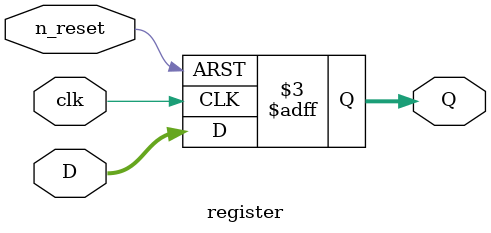
<source format=sv>
module register #(parameter N = 8) (
    input logic [N-1:0] D,
    input logic clk, n_reset,
    output logic [N-1:0] Q
);

always_ff @(posedge clk, negedge n_reset) begin
    if (!n_reset)
        Q <= 0;
    else
        Q <= D;
end

endmodule
</source>
